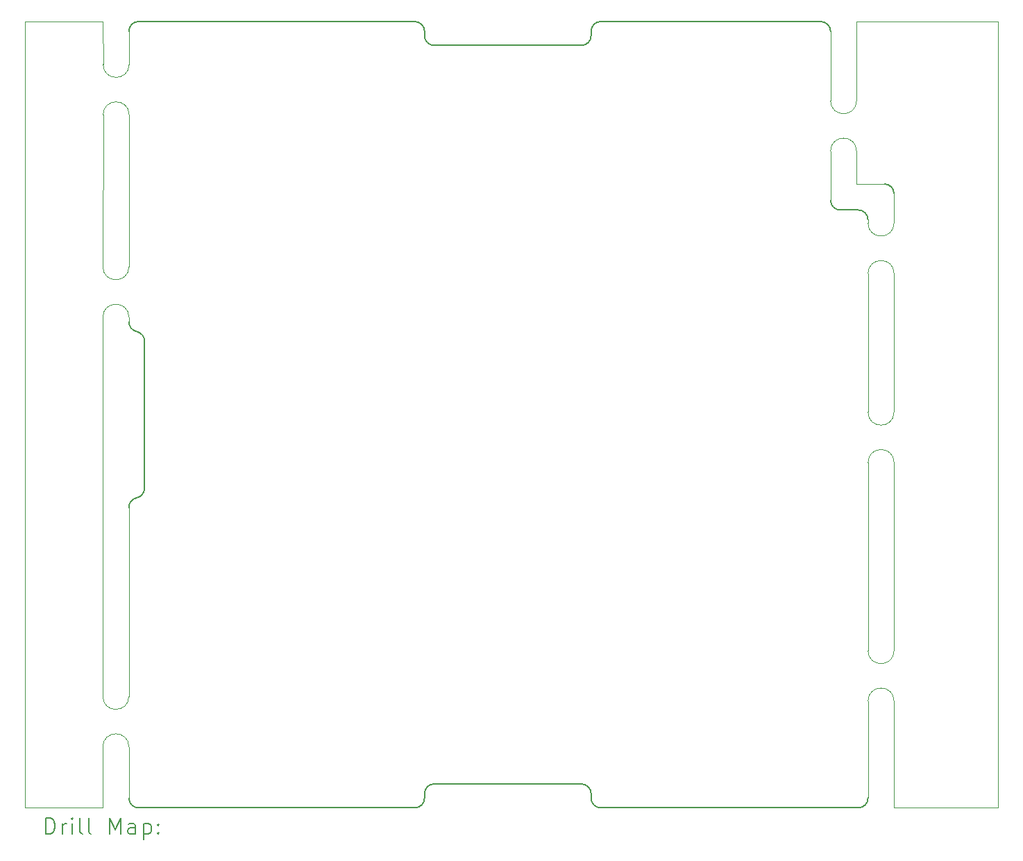
<source format=gbr>
%TF.GenerationSoftware,KiCad,Pcbnew,8.0.1*%
%TF.CreationDate,2024-06-14T09:09:15-04:00*%
%TF.ProjectId,Payload Board,5061796c-6f61-4642-9042-6f6172642e6b,rev?*%
%TF.SameCoordinates,Original*%
%TF.FileFunction,Drillmap*%
%TF.FilePolarity,Positive*%
%FSLAX45Y45*%
G04 Gerber Fmt 4.5, Leading zero omitted, Abs format (unit mm)*
G04 Created by KiCad (PCBNEW 8.0.1) date 2024-06-14 09:09:15*
%MOMM*%
%LPD*%
G01*
G04 APERTURE LIST*
%ADD10C,0.100000*%
%ADD11C,0.200000*%
G04 APERTURE END LIST*
D10*
X14164813Y-13824916D02*
G75*
G02*
X14482313Y-13824916I158750J0D01*
G01*
D11*
X10786313Y-14953946D02*
X10786313Y-15007286D01*
X5267193Y-15126666D02*
G75*
G02*
X5147814Y-15007286I-3J119376D01*
G01*
X10786313Y-5657546D02*
X10786313Y-5710886D01*
X5338313Y-9435796D02*
X5338313Y-11229036D01*
D10*
X4830313Y-15126666D02*
X4830313Y-14382866D01*
D11*
X8634933Y-5538166D02*
G75*
G02*
X8754314Y-5657546I-3J-119384D01*
G01*
X8873693Y-14834566D02*
X10666933Y-14834566D01*
D10*
X14164813Y-10916616D02*
X14164813Y-13208966D01*
X13707613Y-7119316D02*
G75*
G02*
X14025113Y-7119316I158750J0D01*
G01*
X14164813Y-8611566D02*
X14164813Y-10300666D01*
D11*
X8754313Y-5710886D02*
X8754313Y-5657546D01*
X8754313Y-14953946D02*
G75*
G02*
X8873693Y-14834573I119377J-4D01*
G01*
D10*
X15752297Y-15126666D02*
X14482297Y-15126666D01*
X5147813Y-13766916D02*
G75*
G02*
X4830313Y-13766916I-158750J0D01*
G01*
X4830313Y-13766916D02*
X4830313Y-9144116D01*
X5147813Y-8528166D02*
X5150732Y-6676566D01*
X14363153Y-7519366D02*
X14025113Y-7519366D01*
X14482313Y-13208966D02*
X14482313Y-10916616D01*
D11*
X10666933Y-5830266D02*
X8873693Y-5830266D01*
X5267193Y-5538166D02*
X8634933Y-5538166D01*
X8754313Y-15007286D02*
X8754313Y-14953946D01*
D10*
X14025113Y-6503366D02*
X14025859Y-5538166D01*
X4833232Y-6676566D02*
G75*
G02*
X5150732Y-6676566I158750J0D01*
G01*
D11*
X5243063Y-9318880D02*
G75*
G02*
X5147806Y-9201964I24127J116920D01*
G01*
X13826993Y-7836866D02*
G75*
G02*
X13707614Y-7717486I-3J119376D01*
G01*
D10*
X14482313Y-13208966D02*
G75*
G02*
X14164813Y-13208966I-158750J0D01*
G01*
X14164797Y-7955790D02*
X14164813Y-7995616D01*
X5150732Y-6060616D02*
G75*
G02*
X4833232Y-6060616I-158750J0D01*
G01*
X5147813Y-13766916D02*
X5147813Y-11462868D01*
D11*
X8754313Y-15007286D02*
G75*
G02*
X8634933Y-15126673I-119383J-4D01*
G01*
X5147813Y-5657546D02*
G75*
G02*
X5267193Y-5538173I119377J-4D01*
G01*
D10*
X14482313Y-7995616D02*
X14482518Y-7638290D01*
D11*
X10786313Y-5657546D02*
G75*
G02*
X10905693Y-5538173I119377J-4D01*
G01*
D10*
X14164813Y-13824916D02*
X14164797Y-15006830D01*
X5147813Y-9201964D02*
X5147813Y-9144116D01*
D11*
X5338313Y-11229036D02*
G75*
G02*
X5243064Y-11345958I-119383J-4D01*
G01*
D10*
X14482313Y-10300666D02*
X14482313Y-8611566D01*
X3877813Y-5538166D02*
X3877813Y-15126666D01*
D11*
X10786313Y-5710886D02*
G75*
G02*
X10666933Y-5830273I-119383J-4D01*
G01*
D10*
X14482313Y-7995616D02*
G75*
G02*
X14164813Y-7995616I-158750J0D01*
G01*
X14482313Y-10300666D02*
G75*
G02*
X14164813Y-10300666I-158750J0D01*
G01*
X4830313Y-9144116D02*
G75*
G02*
X5147813Y-9144116I158750J0D01*
G01*
X14025113Y-6503366D02*
G75*
G02*
X13707613Y-6503366I-158750J0D01*
G01*
X14025113Y-7519366D02*
X14025113Y-7119316D01*
X14164813Y-8611566D02*
G75*
G02*
X14482313Y-8611566I158750J0D01*
G01*
X13707613Y-7717486D02*
X13707613Y-7119316D01*
D11*
X13588233Y-5538166D02*
G75*
G02*
X13707614Y-5657546I-3J-119384D01*
G01*
X14045433Y-7836866D02*
G75*
G02*
X14164795Y-7955790I437J-118924D01*
G01*
X10905693Y-5538166D02*
X13588233Y-5538166D01*
D10*
X14482297Y-15126666D02*
X14482313Y-13824916D01*
X14482297Y-5538166D02*
X15752297Y-5538166D01*
X5150732Y-6060616D02*
X5147813Y-5657546D01*
D11*
X10666933Y-14834566D02*
G75*
G02*
X10786314Y-14953946I-3J-119384D01*
G01*
D10*
X5147813Y-14382866D02*
X5147813Y-15007286D01*
D11*
X14363153Y-7519366D02*
G75*
G02*
X14482514Y-7638290I217J-119144D01*
G01*
D10*
X4830313Y-5538166D02*
X3877813Y-5538166D01*
X15752297Y-5538166D02*
X15752297Y-15126666D01*
D11*
X14045433Y-7836866D02*
X13826993Y-7836866D01*
D10*
X5147813Y-8528166D02*
G75*
G02*
X4830313Y-8528166I-158750J0D01*
G01*
X14164813Y-10916616D02*
G75*
G02*
X14482313Y-10916616I158750J0D01*
G01*
D11*
X8634933Y-15126666D02*
X5267193Y-15126666D01*
X5243063Y-9318880D02*
G75*
G02*
X5338314Y-9435796I-24133J-116920D01*
G01*
D10*
X4833232Y-6060616D02*
X4830313Y-5538166D01*
X4830313Y-8528166D02*
X4833232Y-6676566D01*
D11*
X5147813Y-11462868D02*
G75*
G02*
X5243064Y-11345956I119377J-2D01*
G01*
X8873693Y-5830266D02*
G75*
G02*
X8754314Y-5710886I-3J119376D01*
G01*
X10905693Y-15126666D02*
G75*
G02*
X10786314Y-15007286I-3J119376D01*
G01*
X14045433Y-15126666D02*
X10905693Y-15126666D01*
D10*
X14025859Y-5538166D02*
X14482297Y-5538166D01*
X3877813Y-15126666D02*
X4830313Y-15126666D01*
D11*
X14164797Y-15006830D02*
G75*
G02*
X14045433Y-15126667I-119828J-10D01*
G01*
D10*
X4830313Y-14382866D02*
G75*
G02*
X5147813Y-14382866I158750J0D01*
G01*
X13707613Y-6503366D02*
X13707613Y-5657546D01*
D11*
X4133590Y-15448150D02*
X4133590Y-15248150D01*
X4133590Y-15248150D02*
X4181209Y-15248150D01*
X4181209Y-15248150D02*
X4209780Y-15257674D01*
X4209780Y-15257674D02*
X4228828Y-15276721D01*
X4228828Y-15276721D02*
X4238352Y-15295769D01*
X4238352Y-15295769D02*
X4247875Y-15333864D01*
X4247875Y-15333864D02*
X4247875Y-15362436D01*
X4247875Y-15362436D02*
X4238352Y-15400531D01*
X4238352Y-15400531D02*
X4228828Y-15419578D01*
X4228828Y-15419578D02*
X4209780Y-15438626D01*
X4209780Y-15438626D02*
X4181209Y-15448150D01*
X4181209Y-15448150D02*
X4133590Y-15448150D01*
X4333590Y-15448150D02*
X4333590Y-15314817D01*
X4333590Y-15352912D02*
X4343113Y-15333864D01*
X4343113Y-15333864D02*
X4352637Y-15324340D01*
X4352637Y-15324340D02*
X4371685Y-15314817D01*
X4371685Y-15314817D02*
X4390733Y-15314817D01*
X4457399Y-15448150D02*
X4457399Y-15314817D01*
X4457399Y-15248150D02*
X4447875Y-15257674D01*
X4447875Y-15257674D02*
X4457399Y-15267198D01*
X4457399Y-15267198D02*
X4466923Y-15257674D01*
X4466923Y-15257674D02*
X4457399Y-15248150D01*
X4457399Y-15248150D02*
X4457399Y-15267198D01*
X4581209Y-15448150D02*
X4562161Y-15438626D01*
X4562161Y-15438626D02*
X4552637Y-15419578D01*
X4552637Y-15419578D02*
X4552637Y-15248150D01*
X4685971Y-15448150D02*
X4666923Y-15438626D01*
X4666923Y-15438626D02*
X4657399Y-15419578D01*
X4657399Y-15419578D02*
X4657399Y-15248150D01*
X4914542Y-15448150D02*
X4914542Y-15248150D01*
X4914542Y-15248150D02*
X4981209Y-15391007D01*
X4981209Y-15391007D02*
X5047875Y-15248150D01*
X5047875Y-15248150D02*
X5047875Y-15448150D01*
X5228828Y-15448150D02*
X5228828Y-15343388D01*
X5228828Y-15343388D02*
X5219304Y-15324340D01*
X5219304Y-15324340D02*
X5200256Y-15314817D01*
X5200256Y-15314817D02*
X5162161Y-15314817D01*
X5162161Y-15314817D02*
X5143113Y-15324340D01*
X5228828Y-15438626D02*
X5209780Y-15448150D01*
X5209780Y-15448150D02*
X5162161Y-15448150D01*
X5162161Y-15448150D02*
X5143113Y-15438626D01*
X5143113Y-15438626D02*
X5133590Y-15419578D01*
X5133590Y-15419578D02*
X5133590Y-15400531D01*
X5133590Y-15400531D02*
X5143113Y-15381483D01*
X5143113Y-15381483D02*
X5162161Y-15371959D01*
X5162161Y-15371959D02*
X5209780Y-15371959D01*
X5209780Y-15371959D02*
X5228828Y-15362436D01*
X5324066Y-15314817D02*
X5324066Y-15514817D01*
X5324066Y-15324340D02*
X5343113Y-15314817D01*
X5343113Y-15314817D02*
X5381209Y-15314817D01*
X5381209Y-15314817D02*
X5400256Y-15324340D01*
X5400256Y-15324340D02*
X5409780Y-15333864D01*
X5409780Y-15333864D02*
X5419304Y-15352912D01*
X5419304Y-15352912D02*
X5419304Y-15410055D01*
X5419304Y-15410055D02*
X5409780Y-15429102D01*
X5409780Y-15429102D02*
X5400256Y-15438626D01*
X5400256Y-15438626D02*
X5381209Y-15448150D01*
X5381209Y-15448150D02*
X5343113Y-15448150D01*
X5343113Y-15448150D02*
X5324066Y-15438626D01*
X5505018Y-15429102D02*
X5514542Y-15438626D01*
X5514542Y-15438626D02*
X5505018Y-15448150D01*
X5505018Y-15448150D02*
X5495494Y-15438626D01*
X5495494Y-15438626D02*
X5505018Y-15429102D01*
X5505018Y-15429102D02*
X5505018Y-15448150D01*
X5505018Y-15324340D02*
X5514542Y-15333864D01*
X5514542Y-15333864D02*
X5505018Y-15343388D01*
X5505018Y-15343388D02*
X5495494Y-15333864D01*
X5495494Y-15333864D02*
X5505018Y-15324340D01*
X5505018Y-15324340D02*
X5505018Y-15343388D01*
M02*

</source>
